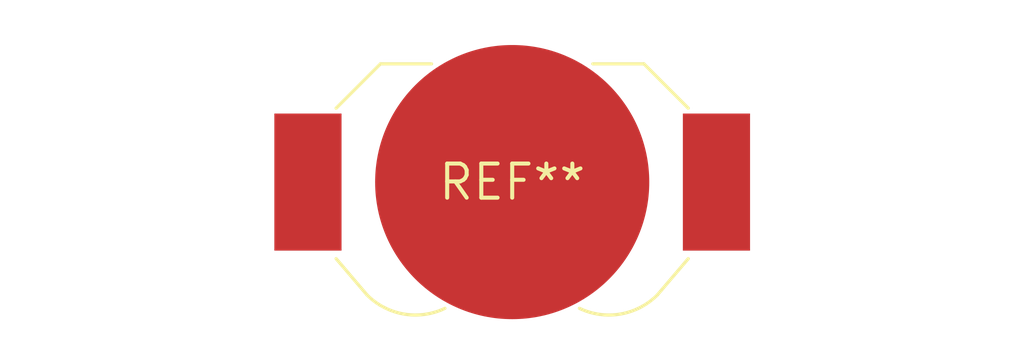
<source format=kicad_pcb>
(kicad_pcb (version 20240108) (generator pcbnew)
  (layers (0 "F.Cu" signal) (31 "B.Cu" signal) (34 "B.Paste" user) (35 "F.Paste" user) (36 "B.SilkS" user "B.Silkscreen") (37 "F.SilkS" user "F.Silkscreen") (38 "B.Mask" user) (39 "F.Mask" user) (44 "Edge.Cuts" user))
  (net 0 "")
  (footprint "BatteryHolder_LINX_BAT-HLD-012-SMT" (layer "F.Cu") (at 0 0)
    (property "Reference" "REF**")
    (property "Value" "BatteryHolder_LINX_BAT-HLD-012-SMT")
    (fp_line (start -6.55 -2.75) (end -4.9 -4.4) (layer "F.SilkS") (stroke (width 0.12)))
    (fp_line (start -6.55 2.85) (end -5.4 4.2) (layer "F.SilkS") (stroke (width 0.12)))
    (fp_line (start -4.9 -4.4) (end -3 -4.4) (layer "F.SilkS") (stroke (width 0.12)))
    (fp_line (start 4.9 -4.4) (end 3 -4.4) (layer "F.SilkS") (stroke (width 0.12)))
    (fp_line (start 4.9 -4.4) (end 6.55 -2.75) (layer "F.SilkS") (stroke (width 0.12)))
    (fp_line (start 6.55 2.85) (end 5.4 4.2) (layer "F.SilkS") (stroke (width 0.12)))
    (fp_arc (start -2.504098 4.697607) (mid -4.031094 4.908816) (end -5.4 4.2) (layer "F.SilkS") (stroke (width 0.12)))
    (fp_arc (start 5.4 4.2) (mid 4.029781 4.909041) (end 2.501694 4.696459) (layer "F.SilkS") (stroke (width 0.12)))
    (pad "1" smd rect (at -7.6 0) (size 2.5 5.1) (layers "F.Cu" "F.Paste" "F.Mask"))
    (pad "1" smd rect (at 7.6 0) (size 2.5 5.1) (layers "F.Cu" "F.Paste" "F.Mask"))
    (pad "2" smd circle (at 0 0) (size 10.2 10.2) (layers "F.Cu" "F.Mask"))
  )
)
</source>
